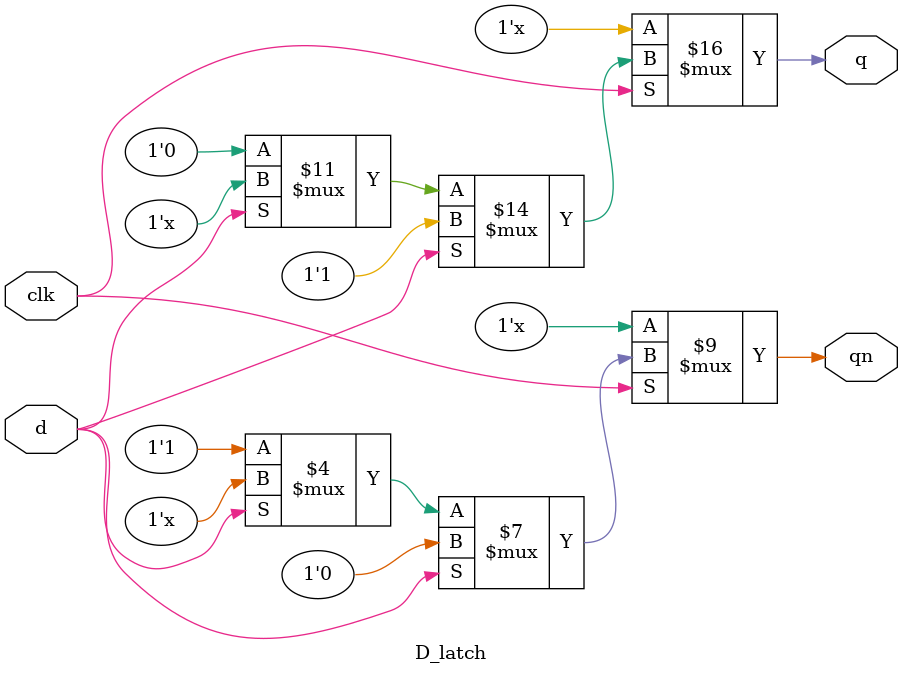
<source format=v>
module D_latch_test;
    wire Q,Qn;
    reg D,clk;
    D_latch aa(.q(Q),.qn(Qn),.d(D),.clk(clk)) ;
    initial begin
    #0 clk = 1 ; D = 0 ;
    #5 clk = 0 ; D = 1 ;
    #5 clk = 1 ; D = 1 ; 
    #5 clk = 0 ; D = 0 ; 
    #5 clk = 1 ; D = 0 ; 
    #5 clk = 0 ; D = 0 ;
    #5 clk = 1 ; D = 1 ;
    end
    initial begin
    $display("HEM -- 202053007 -- D Latch -- Behavioral");
    $monitor ( "\nClock = %b D = %b Q = %b Q' = %b time = %2d" , clk,D,Q,Qn,$time) ;
    end
endmodule

module D_latch ( q , qn , d , clk ) ;
    output q , qn ;
    input d , clk ;
    reg q , qn ;
    always@ ( clk or d ) 
    begin
        if ( clk ) 
        begin
            if ( d == 1 ) 
            begin
                q <= 1 ;
                qn <= 0 ;
            end
            else if ( d == 0 ) 
            begin
                q <= 0 ;
                qn <= 1 ;
            end
        end
    end
endmodule

</source>
